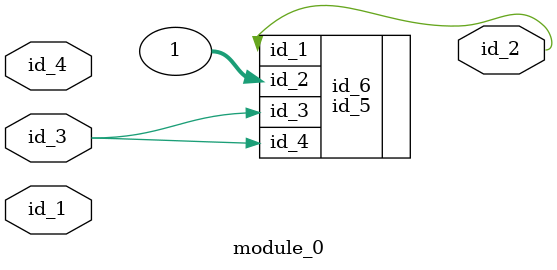
<source format=v>
module module_0 (
    id_1,
    id_2,
    id_3,
    id_4
);
  input id_4;
  input id_3;
  output id_2;
  input id_1;
  id_5 id_6 (
      .id_2(1),
      .id_4(id_3),
      .id_1(id_4),
      .id_3(id_3),
      .id_1(id_2)
  );
endmodule

</source>
